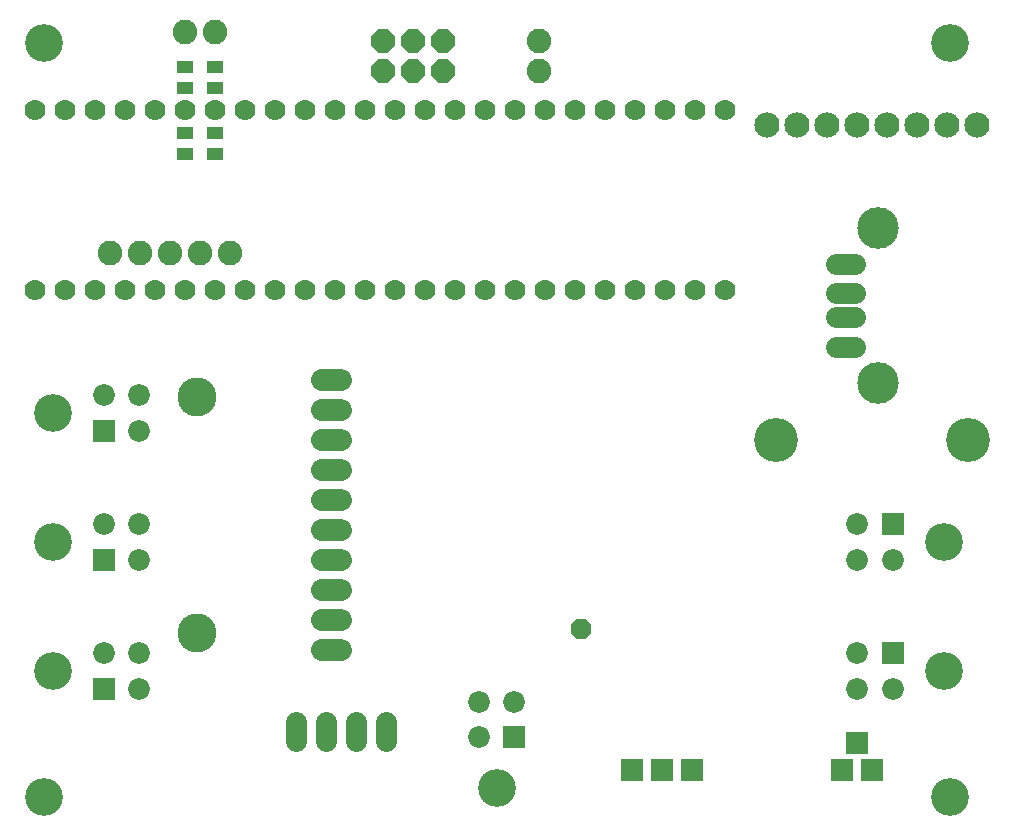
<source format=gbs>
G75*
%MOIN*%
%OFA0B0*%
%FSLAX25Y25*%
%IPPOS*%
%LPD*%
%AMOC8*
5,1,8,0,0,1.08239X$1,22.5*
%
%ADD10C,0.12612*%
%ADD11R,0.07216X0.07216*%
%ADD12C,0.07216*%
%ADD13C,0.12611*%
%ADD14C,0.07000*%
%ADD15R,0.07531X0.07531*%
%ADD16C,0.08400*%
%ADD17C,0.14643*%
%ADD18OC8,0.08000*%
%ADD19C,0.07137*%
%ADD20C,0.07200*%
%ADD21C,0.13005*%
%ADD22C,0.08200*%
%ADD23C,0.06940*%
%ADD24C,0.13855*%
%ADD25R,0.05524X0.03950*%
%ADD26OC8,0.06737*%
%ADD27R,0.07296X0.07296*%
D10*
X0028000Y0037000D03*
X0028000Y0288465D03*
X0330000Y0288465D03*
X0330000Y0037000D03*
D11*
X0310992Y0084906D03*
X0310992Y0127906D03*
X0184906Y0057008D03*
X0048008Y0073094D03*
X0048008Y0116094D03*
X0048008Y0159094D03*
D12*
X0059819Y0159094D03*
X0059819Y0170906D03*
X0048008Y0170906D03*
X0048008Y0127906D03*
X0059819Y0127906D03*
X0059819Y0116094D03*
X0059819Y0084906D03*
X0048008Y0084906D03*
X0059819Y0073094D03*
X0173094Y0068819D03*
X0173094Y0057008D03*
X0184906Y0068819D03*
X0299181Y0073094D03*
X0310992Y0073094D03*
X0299181Y0084906D03*
X0299181Y0116094D03*
X0310992Y0116094D03*
X0299181Y0127906D03*
D13*
X0328000Y0122000D03*
X0328000Y0079000D03*
X0179000Y0040000D03*
X0031000Y0079000D03*
X0031000Y0122000D03*
X0031000Y0165000D03*
D14*
X0035000Y0206000D03*
X0045000Y0206000D03*
X0055000Y0206000D03*
X0065000Y0206000D03*
X0075000Y0206000D03*
X0085000Y0206000D03*
X0095000Y0206000D03*
X0105000Y0206000D03*
X0115000Y0206000D03*
X0125000Y0206000D03*
X0135000Y0206000D03*
X0145000Y0206000D03*
X0155000Y0206000D03*
X0165000Y0206000D03*
X0175000Y0206000D03*
X0185000Y0206000D03*
X0195000Y0206000D03*
X0205000Y0206000D03*
X0215000Y0206000D03*
X0225000Y0206000D03*
X0235000Y0206000D03*
X0245000Y0206000D03*
X0255000Y0206000D03*
X0255000Y0266000D03*
X0245000Y0266000D03*
X0235000Y0266000D03*
X0225000Y0266000D03*
X0215000Y0266000D03*
X0205000Y0266000D03*
X0195000Y0266000D03*
X0185000Y0266000D03*
X0175000Y0266000D03*
X0165000Y0266000D03*
X0155000Y0266000D03*
X0145000Y0266000D03*
X0135000Y0266000D03*
X0125000Y0266000D03*
X0115000Y0266000D03*
X0105000Y0266000D03*
X0095000Y0266000D03*
X0085000Y0266000D03*
X0075000Y0266000D03*
X0065000Y0266000D03*
X0055000Y0266000D03*
X0045000Y0266000D03*
X0035000Y0266000D03*
X0025000Y0266000D03*
X0025000Y0206000D03*
D15*
X0224000Y0046000D03*
X0234000Y0046000D03*
X0244000Y0046000D03*
X0294000Y0046000D03*
X0304000Y0046000D03*
D16*
X0299000Y0261000D03*
X0289000Y0261000D03*
X0279000Y0261000D03*
X0269000Y0261000D03*
X0309000Y0261000D03*
X0319000Y0261000D03*
X0329000Y0261000D03*
X0339000Y0261000D03*
D17*
X0336000Y0156000D03*
X0272000Y0156000D03*
D18*
X0161000Y0279000D03*
X0161000Y0289000D03*
X0151000Y0289000D03*
X0141000Y0289000D03*
X0141000Y0279000D03*
X0151000Y0279000D03*
D19*
X0142000Y0062169D02*
X0142000Y0055831D01*
X0132000Y0055831D02*
X0132000Y0062169D01*
X0122000Y0062169D02*
X0122000Y0055831D01*
X0112000Y0055831D02*
X0112000Y0062169D01*
D20*
X0120800Y0086000D02*
X0127200Y0086000D01*
X0127200Y0096000D02*
X0120800Y0096000D01*
X0120800Y0106000D02*
X0127200Y0106000D01*
X0127200Y0116000D02*
X0120800Y0116000D01*
X0120800Y0126000D02*
X0127200Y0126000D01*
X0127200Y0136000D02*
X0120800Y0136000D01*
X0120800Y0146000D02*
X0127200Y0146000D01*
X0127200Y0156000D02*
X0120800Y0156000D01*
X0120800Y0166000D02*
X0127200Y0166000D01*
X0127200Y0176000D02*
X0120800Y0176000D01*
D21*
X0079000Y0170488D03*
X0079000Y0091748D03*
D22*
X0080000Y0218500D03*
X0090000Y0218500D03*
X0070000Y0218500D03*
X0060000Y0218500D03*
X0050000Y0218500D03*
X0075000Y0292000D03*
X0085000Y0292000D03*
X0193000Y0289000D03*
X0193000Y0279000D03*
D23*
X0292261Y0214780D02*
X0298401Y0214780D01*
X0298401Y0204937D02*
X0292261Y0204937D01*
X0292261Y0197063D02*
X0298401Y0197063D01*
X0298401Y0187220D02*
X0292261Y0187220D01*
D24*
X0306000Y0175134D03*
X0306000Y0226866D03*
D25*
X0085000Y0251457D03*
X0085000Y0258543D03*
X0075000Y0258543D03*
X0075000Y0251457D03*
X0075000Y0273457D03*
X0075000Y0280543D03*
X0085000Y0280543D03*
X0085000Y0273457D03*
D26*
X0207000Y0093000D03*
D27*
X0299000Y0055000D03*
M02*

</source>
